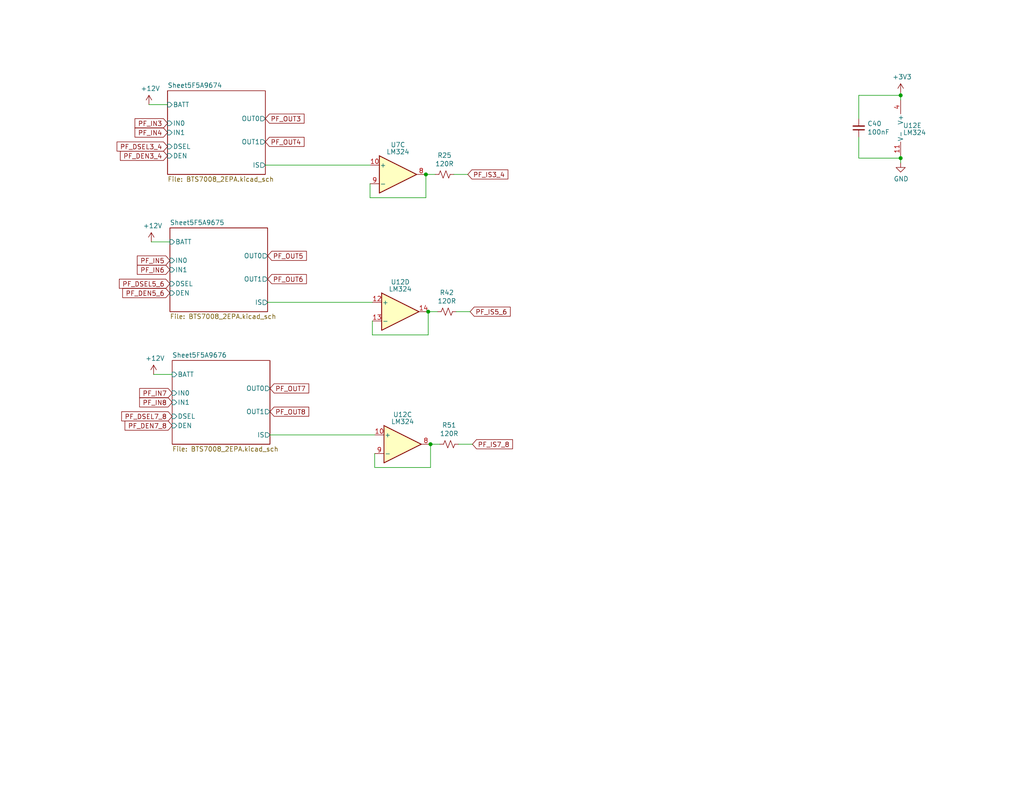
<source format=kicad_sch>
(kicad_sch (version 20231120) (generator "eeschema") (generator_version "8.0")
  (paper "USLetter")
  (title_block (title "Dingo_PDM") (date "2024-05-26") (rev "v7.3") (comment 3 "github.com/corygrant") (comment 4 "Cory Grant"))
  (lib_symbols
    (symbol "Amplifier_Operational:LM324" (pin_names (offset 0.127))
      (property "Reference" "U" (at 0 5.08 0))
      (property "Value" "LM324" (at 0 -5.08 0))
      (symbol "LM324_1_1"
        (polyline (pts (xy -5.08 5.08) (xy 5.08 0) (xy -5.08 -5.08) (xy -5.08 5.08)) (stroke (width 0.254)) (fill (type background)))
        (pin output line (at 7.62 0 180) (length 2.54) (name "~") (number "1"))
        (pin input line (at -7.62 -2.54 0) (length 2.54) (name "-") (number "2"))
        (pin input line (at -7.62 2.54 0) (length 2.54) (name "+") (number "3"))
      )
      (symbol "LM324_2_1"
        (polyline (pts (xy -5.08 5.08) (xy 5.08 0) (xy -5.08 -5.08) (xy -5.08 5.08)) (stroke (width 0.254)) (fill (type background)))
        (pin input line (at -7.62 2.54 0) (length 2.54) (name "+") (number "5"))
        (pin input line (at -7.62 -2.54 0) (length 2.54) (name "-") (number "6"))
        (pin output line (at 7.62 0 180) (length 2.54) (name "~") (number "7"))
      )
      (symbol "LM324_3_1"
        (polyline (pts (xy -5.08 5.08) (xy 5.08 0) (xy -5.08 -5.08) (xy -5.08 5.08)) (stroke (width 0.254)) (fill (type background)))
        (pin input line (at -7.62 2.54 0) (length 2.54) (name "+") (number "10"))
        (pin output line (at 7.62 0 180) (length 2.54) (name "~") (number "8"))
        (pin input line (at -7.62 -2.54 0) (length 2.54) (name "-") (number "9"))
      )
      (symbol "LM324_4_1"
        (polyline (pts (xy -5.08 5.08) (xy 5.08 0) (xy -5.08 -5.08) (xy -5.08 5.08)) (stroke (width 0.254)) (fill (type background)))
        (pin input line (at -7.62 2.54 0) (length 2.54) (name "+") (number "12"))
        (pin input line (at -7.62 -2.54 0) (length 2.54) (name "-") (number "13"))
        (pin output line (at 7.62 0 180) (length 2.54) (name "~") (number "14"))
      )
      (symbol "LM324_5_1"
        (pin power_in line (at -2.54 -7.62 90) (length 3.81) (name "V-") (number "11"))
        (pin power_in line (at -2.54 7.62 270) (length 3.81) (name "V+") (number "4"))
      )
    )
    (symbol "Device:C_Small" (pin_numbers hide) (pin_names (offset 0.254) hide)
      (property "Reference" "C" (at 0.254 1.778 0))
      (property "Value" "C_Small" (at 0.254 -2.032 0))
      (symbol "C_Small_0_1"
        (polyline (pts (xy -1.524 -0.508) (xy 1.524 -0.508)) (stroke (width 0.3302)))
        (polyline (pts (xy -1.524 0.508) (xy 1.524 0.508)) (stroke (width 0.3048)))
      )
      (symbol "C_Small_1_1"
        (pin passive line (at 0 2.54 270) (length 2.032) (name "~") (number "1"))
        (pin passive line (at 0 -2.54 90) (length 2.032) (name "~") (number "2"))
      )
    )
    (symbol "Device:R_Small_US" (pin_numbers hide) (pin_names (offset 0.254) hide)
      (property "Reference" "R" (at 0.762 0.508 0))
      (property "Value" "R_Small_US" (at 0.762 -1.016 0))
      (symbol "R_Small_US_1_1"
        (polyline (pts (xy 0 0) (xy 1.016 -0.381) (xy 0 -0.762) (xy -1.016 -1.143) (xy 0 -1.524)))
        (polyline (pts (xy 0 1.524) (xy 1.016 1.143) (xy 0 0.762) (xy -1.016 0.381) (xy 0 0)))
        (pin passive line (at 0 2.54 270) (length 1.016) (name "~") (number "1"))
        (pin passive line (at 0 -2.54 90) (length 1.016) (name "~") (number "2"))
      )
    )
    (symbol "power:+12V" (power) (pin_names (offset 0))
      (property "Value" "+12V" (at 0 3.556 0))
      (symbol "+12V_0_1"
        (polyline (pts (xy -0.762 1.27) (xy 0 2.54)))
        (polyline (pts (xy 0 0) (xy 0 2.54)))
        (polyline (pts (xy 0 2.54) (xy 0.762 1.27)))
      )
      (symbol "+12V_1_1"
        (pin power_in line (at 0 0 90) (length 0) hide (name "+12V") (number "1"))
      )
    )
    (symbol "power:+3V3" (power) (pin_names (offset 0))
      (property "Value" "+3V3" (at 0 3.556 0))
      (symbol "+3V3_0_1"
        (polyline (pts (xy -0.762 1.27) (xy 0 2.54)))
        (polyline (pts (xy 0 0) (xy 0 2.54)))
        (polyline (pts (xy 0 2.54) (xy 0.762 1.27)))
      )
      (symbol "+3V3_1_1"
        (pin power_in line (at 0 0 90) (length 0) hide (name "+3V3") (number "1"))
      )
    )
    (symbol "power:GND" (power) (pin_names (offset 0))
      (property "Value" "GND" (at 0 -3.81 0))
      (symbol "GND_0_1"
        (polyline (pts (xy 0 0) (xy 0 -1.27) (xy 1.27 -1.27) (xy 0 -2.54) (xy -1.27 -1.27) (xy 0 -1.27)))
      )
      (symbol "GND_1_1"
        (pin power_in line (at 0 0 270) (length 0) hide (name "GND") (number "1"))
      )
    )
  )
  (junction (at 117.475 121.285))
  (junction (at 245.745 43.18))
  (junction (at 116.84 85.09))
  (junction (at 245.745 26.035))
  (junction (at 116.205 47.625))
  (wire (pts (xy 116.84 85.09) (xy 119.38 85.09)))
  (wire (pts (xy 116.84 91.44) (xy 116.84 85.09)))
  (wire (pts (xy 117.475 121.285) (xy 120.015 121.285)))
  (wire (pts (xy 116.205 47.625) (xy 118.745 47.625)))
  (wire (pts (xy 72.39 45.085) (xy 100.965 45.085)))
  (wire (pts (xy 124.46 85.09) (xy 128.27 85.09)))
  (wire (pts (xy 100.965 53.975) (xy 116.205 53.975)))
  (wire (pts (xy 234.315 26.035) (xy 234.315 32.385)))
  (wire (pts (xy 234.315 37.465) (xy 234.315 43.18)))
  (wire (pts (xy 234.315 26.035) (xy 245.745 26.035)))
  (wire (pts (xy 116.205 53.975) (xy 116.205 47.625)))
  (wire (pts (xy 73.66 118.745) (xy 102.235 118.745)))
  (wire (pts (xy 245.745 25.4) (xy 245.745 26.035)))
  (wire (pts (xy 73.025 82.55) (xy 101.6 82.55)))
  (wire (pts (xy 101.6 87.63) (xy 101.6 91.44)))
  (wire (pts (xy 123.825 47.625) (xy 127.635 47.625)))
  (wire (pts (xy 41.91 102.235) (xy 46.99 102.235)))
  (wire (pts (xy 102.235 123.825) (xy 102.235 127.635)))
  (wire (pts (xy 100.965 50.165) (xy 100.965 53.975)))
  (wire (pts (xy 117.475 127.635) (xy 117.475 121.285)))
  (wire (pts (xy 245.745 43.18) (xy 245.745 44.45)))
  (wire (pts (xy 245.745 42.545) (xy 245.745 43.18)))
  (wire (pts (xy 245.745 26.035) (xy 245.745 27.305)))
  (wire (pts (xy 102.235 127.635) (xy 117.475 127.635)))
  (wire (pts (xy 234.315 43.18) (xy 245.745 43.18)))
  (wire (pts (xy 125.095 121.285) (xy 128.905 121.285)))
  (wire (pts (xy 41.275 66.04) (xy 46.355 66.04)))
  (wire (pts (xy 40.64 28.575) (xy 45.72 28.575)))
  (wire (pts (xy 101.6 91.44) (xy 116.84 91.44)))
  (global_label "PF_DEN3_4" (shape input) (at 45.72 42.545 180) (property "Intersheetrefs" "${INTERSHEET_REFS}" (effects (hide yes))))
  (global_label "PF_DSEL3_4" (shape input) (at 45.72 40.005 180) (property "Intersheetrefs" "${INTERSHEET_REFS}" (effects (hide yes))))
  (global_label "PF_DEN7_8" (shape input) (at 46.99 116.205 180) (property "Intersheetrefs" "${INTERSHEET_REFS}" (effects (hide yes))))
  (global_label "PF_IS3_4" (shape input) (at 127.635 47.625 0) (property "Intersheetrefs" "${INTERSHEET_REFS}" (effects (hide yes))))
  (global_label "PF_OUT6" (shape input) (at 73.025 76.2 0) (property "Intersheetrefs" "${INTERSHEET_REFS}" (effects (hide yes))))
  (global_label "PF_OUT3" (shape input) (at 72.39 32.385 0) (property "Intersheetrefs" "${INTERSHEET_REFS}" (effects (hide yes))))
  (global_label "PF_IS5_6" (shape input) (at 128.27 85.09 0) (property "Intersheetrefs" "${INTERSHEET_REFS}" (effects (hide yes))))
  (global_label "PF_DSEL7_8" (shape input) (at 46.99 113.665 180) (property "Intersheetrefs" "${INTERSHEET_REFS}" (effects (hide yes))))
  (global_label "PF_OUT8" (shape input) (at 73.66 112.395 0) (property "Intersheetrefs" "${INTERSHEET_REFS}" (effects (hide yes))))
  (global_label "PF_IN8" (shape input) (at 46.99 109.855 180) (property "Intersheetrefs" "${INTERSHEET_REFS}" (effects (hide yes))))
  (global_label "PF_IN6" (shape input) (at 46.355 73.66 180) (property "Intersheetrefs" "${INTERSHEET_REFS}" (effects (hide yes))))
  (global_label "PF_OUT4" (shape input) (at 72.39 38.735 0) (property "Intersheetrefs" "${INTERSHEET_REFS}" (effects (hide yes))))
  (global_label "PF_IN4" (shape input) (at 45.72 36.195 180) (property "Intersheetrefs" "${INTERSHEET_REFS}" (effects (hide yes))))
  (global_label "PF_IN7" (shape input) (at 46.99 107.315 180) (property "Intersheetrefs" "${INTERSHEET_REFS}" (effects (hide yes))))
  (global_label "PF_IS7_8" (shape input) (at 128.905 121.285 0) (property "Intersheetrefs" "${INTERSHEET_REFS}" (effects (hide yes))))
  (global_label "PF_IN5" (shape input) (at 46.355 71.12 180) (property "Intersheetrefs" "${INTERSHEET_REFS}" (effects (hide yes))))
  (global_label "PF_DEN5_6" (shape input) (at 46.355 80.01 180) (property "Intersheetrefs" "${INTERSHEET_REFS}" (effects (hide yes))))
  (global_label "PF_IN3" (shape input) (at 45.72 33.655 180) (property "Intersheetrefs" "${INTERSHEET_REFS}" (effects (hide yes))))
  (global_label "PF_DSEL5_6" (shape input) (at 46.355 77.47 180) (property "Intersheetrefs" "${INTERSHEET_REFS}" (effects (hide yes))))
  (global_label "PF_OUT7" (shape input) (at 73.66 106.045 0) (property "Intersheetrefs" "${INTERSHEET_REFS}" (effects (hide yes))))
  (global_label "PF_OUT5" (shape input) (at 73.025 69.85 0) (property "Intersheetrefs" "${INTERSHEET_REFS}" (effects (hide yes))))
  (symbol (lib_id "power:+12V") (at 40.64 28.575 0) (unit 1)
    (property "Reference" "#PWR067" (effects (hide yes)))
    (property "Value" "+12V" (at 41.021 24.1808 0))
  )
  (symbol (lib_id "Amplifier_Operational:LM324") (at 248.285 34.925 0) (unit 5)
    (property "Reference" "U12" (at 246.38 34.2813 0) (effects (justify left)))
    (property "Value" "LM324" (at 246.38 36.2023 0) (effects (justify left)))
    (property "Footprint" "Package_SO:TSSOP-14_4.4x5mm_P0.65mm" (effects (hide yes)))
    (property "Digi-Key_PN" "497-7330-1-ND" (effects (hide yes)))
    (property "LCSC" "C7942" (effects (hide yes)))
  )
  (symbol (lib_id "power:GND") (at 245.745 44.45 0) (unit 1)
    (property "Reference" "#PWR089" (effects (hide yes)))
    (property "Value" "GND" (at 245.872 48.8442 0))
  )
  (symbol (lib_id "Device:C_Small") (at 234.315 34.925 180) (unit 1)
    (property "Reference" "C40" (at 236.6518 33.7566 0) (effects (justify right)))
    (property "Value" "100nF" (at 236.6518 36.068 0) (effects (justify right)))
    (property "Footprint" "Capacitor_SMD:C_0805_2012Metric" (effects (hide yes)))
    (property "Digi-Key_PN" "478-1395-1-ND" (effects (hide yes)))
    (property "LCSC" "C49678" (effects (hide yes)))
  )
  (symbol (lib_id "Device:R_Small_US") (at 121.92 85.09 270) (unit 1)
    (property "Reference" "R42" (at 121.92 79.883 90))
    (property "Value" "120R" (at 121.92 82.1944 90))
    (property "Footprint" "Resistor_SMD:R_0805_2012Metric" (effects (hide yes)))
    (property "Digi-Key_PN" "311-120CRCT-ND" (effects (hide yes)))
    (property "LCSC" "C229076" (effects (hide yes)))
  )
  (symbol (lib_id "Amplifier_Operational:LM324") (at 109.855 121.285 0) (unit 3)
    (property "Reference" "U12" (at 109.855 113.1951 0))
    (property "Value" "LM324" (at 109.855 115.1161 0))
    (property "Footprint" "Package_SO:TSSOP-14_4.4x5mm_P0.65mm" (effects (hide yes)))
    (property "Digi-Key_PN" "497-7330-1-ND" (effects (hide yes)))
    (property "LCSC" "C7942" (effects (hide yes)))
  )
  (symbol (lib_id "Device:R_Small_US") (at 122.555 121.285 270) (unit 1)
    (property "Reference" "R51" (at 122.555 116.078 90))
    (property "Value" "120R" (at 122.555 118.3894 90))
    (property "Footprint" "Resistor_SMD:R_0805_2012Metric" (effects (hide yes)))
    (property "Digi-Key_PN" "311-120CRCT-ND" (effects (hide yes)))
    (property "LCSC" "C229076" (effects (hide yes)))
  )
  (symbol (lib_id "power:+3V3") (at 245.745 25.4 0) (unit 1)
    (property "Reference" "#PWR032" (effects (hide yes)))
    (property "Value" "+3V3" (at 246.126 21.0058 0))
  )
  (symbol (lib_id "power:+12V") (at 41.275 66.04 0) (unit 1)
    (property "Reference" "#PWR077" (effects (hide yes)))
    (property "Value" "+12V" (at 41.656 61.6458 0))
  )
  (symbol (lib_id "Device:R_Small_US") (at 121.285 47.625 270) (unit 1)
    (property "Reference" "R25" (at 121.285 42.418 90))
    (property "Value" "120R" (at 121.285 44.7294 90))
    (property "Footprint" "Resistor_SMD:R_0805_2012Metric" (effects (hide yes)))
    (property "Digi-Key_PN" "311-120CRCT-ND" (effects (hide yes)))
    (property "LCSC" "C229076" (effects (hide yes)))
  )
  (symbol (lib_id "Amplifier_Operational:LM324") (at 109.22 85.09 0) (unit 4)
    (property "Reference" "U12" (at 109.22 77.0001 0))
    (property "Value" "LM324" (at 109.22 78.9211 0))
    (property "Footprint" "Package_SO:TSSOP-14_4.4x5mm_P0.65mm" (effects (hide yes)))
    (property "Digi-Key_PN" "497-7330-1-ND" (effects (hide yes)))
    (property "LCSC" "C7942" (effects (hide yes)))
  )
  (symbol (lib_id "power:+12V") (at 41.91 102.235 0) (unit 1)
    (property "Reference" "#PWR082" (effects (hide yes)))
    (property "Value" "+12V" (at 42.291 97.8408 0))
  )
  (symbol (lib_id "Amplifier_Operational:LM324") (at 108.585 47.625 0) (unit 3)
    (property "Reference" "U7" (at 108.585 39.5351 0))
    (property "Value" "LM324" (at 108.585 41.4561 0))
    (property "Footprint" "Package_SO:TSSOP-14_4.4x5mm_P0.65mm" (effects (hide yes)))
    (property "Digi-Key_PN" "497-7330-1-ND" (effects (hide yes)))
    (property "LCSC" "C7942" (effects (hide yes)))
  )
  (sheet (at 45.72 24.765) (size 26.67 22.86)
    (property "Sheetname" "Sheet5F5A9674" (at 45.72 24.0534 0) (effects (justify left bottom)))
    (property "Sheetfile" "BTS7008_2EPA.kicad_sch" (at 45.72 48.2096 0) (effects (justify left top)))
    (pin "BATT" input (at 45.72 28.575 180))
    (pin "IN0" input (at 45.72 33.655 180))
    (pin "DEN" input (at 45.72 42.545 180))
    (pin "OUT0" output (at 72.39 32.385 0))
    (pin "IS" output (at 72.39 45.085 0))
    (pin "IN1" input (at 45.72 36.195 180))
    (pin "DSEL" input (at 45.72 40.005 180))
    (pin "OUT1" output (at 72.39 38.735 0))
  )
  (sheet (at 46.99 98.425) (size 26.67 22.86)
    (property "Sheetname" "Sheet5F5A9676" (at 46.99 97.7134 0) (effects (justify left bottom)))
    (property "Sheetfile" "BTS7008_2EPA.kicad_sch" (at 46.99 121.8696 0) (effects (justify left top)))
    (pin "BATT" input (at 46.99 102.235 180))
    (pin "IN0" input (at 46.99 107.315 180))
    (pin "DEN" input (at 46.99 116.205 180))
    (pin "OUT0" output (at 73.66 106.045 0))
    (pin "IS" output (at 73.66 118.745 0))
    (pin "IN1" input (at 46.99 109.855 180))
    (pin "DSEL" input (at 46.99 113.665 180))
    (pin "OUT1" output (at 73.66 112.395 0))
  )
  (sheet (at 46.355 62.23) (size 26.67 22.86)
    (property "Sheetname" "Sheet5F5A9675" (at 46.355 61.5184 0) (effects (justify left bottom)))
    (property "Sheetfile" "BTS7008_2EPA.kicad_sch" (at 46.355 85.6746 0) (effects (justify left top)))
    (pin "BATT" input (at 46.355 66.04 180))
    (pin "IN0" input (at 46.355 71.12 180))
    (pin "DEN" input (at 46.355 80.01 180))
    (pin "OUT0" output (at 73.025 69.85 0))
    (pin "IS" output (at 73.025 82.55 0))
    (pin "IN1" input (at 46.355 73.66 180))
    (pin "DSEL" input (at 46.355 77.47 180))
    (pin "OUT1" output (at 73.025 76.2 0))
  )
)
</source>
